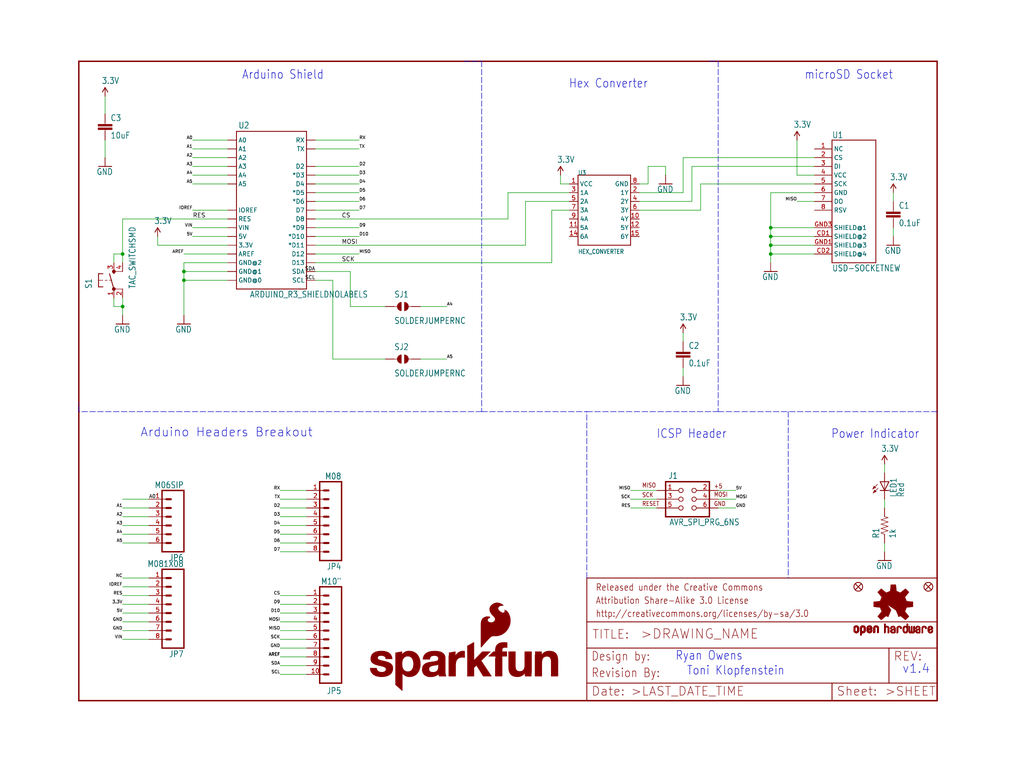
<source format=kicad_sch>
(kicad_sch (version 20211123) (generator eeschema)
  (paper "User" 297.002 223.926)
  (lib_symbols
    (symbol "eagleSchem-eagle-import:0.1UF-25V-5%(0603)"
      (property "Reference" "C" (at 1.524 2.921 0))
      (property "Value" "0.1UF-25V-5%(0603)" (at 1.524 -2.159 0))
      (symbol "0.1UF-25V-5%(0603)_1_0"
        (pin passive line (at 0 5.08 270) (length 2.54) (name "1") (number "1"))
        (pin passive line (at 0 -2.54 90) (length 2.54) (name "2") (number "2"))
      )
    )
    (symbol "eagleSchem-eagle-import:10UF-6.3V-20%(0603)"
      (property "Reference" "C" (at 1.524 2.921 0))
      (property "Value" "10UF-6.3V-20%(0603)" (at 1.524 -2.159 0))
      (symbol "10UF-6.3V-20%(0603)_1_0"
        (pin passive line (at 0 5.08 270) (length 2.54) (name "1") (number "1"))
        (pin passive line (at 0 -2.54 90) (length 2.54) (name "2") (number "2"))
      )
    )
    (symbol "eagleSchem-eagle-import:3.3V" (power)
      (property "Value" "3.3V" (at -1.016 3.556 0))
      (symbol "3.3V_1_0"
        (pin power_in line (at 0 0 90) (length 2.54) (name "3.3V") (number "1"))
      )
    )
    (symbol "eagleSchem-eagle-import:ARDUINO_R3_SHIELDNOLABELS"
      (property "Value" "ARDUINO_R3_SHIELDNOLABELS" (at -6.35 -27.94 0))
      (symbol "ARDUINO_R3_SHIELDNOLABELS_1_0"
        (pin bidirectional line (at -12.7 -12.7 0) (length 2.54) (name "3.3V") (number "3.3V"))
        (pin bidirectional line (at -12.7 -10.16 0) (length 2.54) (name "5V") (number "5V"))
        (pin bidirectional line (at -12.7 17.78 0) (length 2.54) (name "A0") (number "A0"))
        (pin bidirectional line (at -12.7 15.24 0) (length 2.54) (name "A1") (number "A1"))
        (pin bidirectional line (at -12.7 12.7 0) (length 2.54) (name "A2") (number "A2"))
        (pin bidirectional line (at -12.7 10.16 0) (length 2.54) (name "A3") (number "A3"))
        (pin bidirectional line (at -12.7 7.62 0) (length 2.54) (name "A4") (number "A4"))
        (pin bidirectional line (at -12.7 5.08 0) (length 2.54) (name "A5") (number "A5"))
        (pin bidirectional line (at -12.7 -15.24 0) (length 2.54) (name "AREF") (number "AREF"))
        (pin bidirectional line (at 12.7 -10.16 180) (length 2.54) (name "*D10") (number "D10"))
        (pin bidirectional line (at 12.7 -12.7 180) (length 2.54) (name "*D11") (number "D11"))
        (pin bidirectional line (at 12.7 -15.24 180) (length 2.54) (name "D12") (number "D12"))
        (pin bidirectional line (at 12.7 -17.78 180) (length 2.54) (name "D13") (number "D13"))
        (pin bidirectional line (at 12.7 10.16 180) (length 2.54) (name "D2") (number "D2"))
        (pin bidirectional line (at 12.7 7.62 180) (length 2.54) (name "*D3") (number "D3"))
        (pin bidirectional line (at 12.7 5.08 180) (length 2.54) (name "D4") (number "D4"))
        (pin bidirectional line (at 12.7 2.54 180) (length 2.54) (name "*D5") (number "D5"))
        (pin bidirectional line (at 12.7 0 180) (length 2.54) (name "*D6") (number "D6"))
        (pin bidirectional line (at 12.7 -2.54 180) (length 2.54) (name "D7") (number "D7"))
        (pin bidirectional line (at 12.7 -5.08 180) (length 2.54) (name "D8") (number "D8"))
        (pin bidirectional line (at 12.7 -7.62 180) (length 2.54) (name "*D9") (number "D9"))
        (pin bidirectional line (at -12.7 -22.86 0) (length 2.54) (name "GND@0") (number "GND@0"))
        (pin bidirectional line (at -12.7 -20.32 0) (length 2.54) (name "GND@1") (number "GND@1"))
        (pin bidirectional line (at -12.7 -17.78 0) (length 2.54) (name "GND@2") (number "GND@2"))
        (pin bidirectional line (at -12.7 -2.54 0) (length 2.54) (name "IOREF") (number "IOREF"))
        (pin bidirectional line (at -12.7 -5.08 0) (length 2.54) (name "RES") (number "RES"))
        (pin bidirectional line (at 12.7 17.78 180) (length 2.54) (name "RX") (number "RX"))
        (pin bidirectional line (at 12.7 -22.86 180) (length 2.54) (name "SCL") (number "SCL"))
        (pin bidirectional line (at 12.7 -20.32 180) (length 2.54) (name "SDA") (number "SDA"))
        (pin bidirectional line (at 12.7 15.24 180) (length 2.54) (name "TX") (number "TX"))
        (pin bidirectional line (at -12.7 -7.62 0) (length 2.54) (name "VIN") (number "VIN"))
      )
    )
    (symbol "eagleSchem-eagle-import:AVR_SPI_PRG_6NS"
      (property "Reference" "J" (at -4.318 5.842 0))
      (property "Value" "AVR_SPI_PRG_6NS" (at -4.064 -7.62 0))
      (symbol "AVR_SPI_PRG_6NS_1_0"
        (text "+5" (at 8.89 3.048 0) (effects (font (size 1.27 1.0795)) (justify left bottom)))
        (text "GND" (at 8.89 -2.032 0) (effects (font (size 1.27 1.0795)) (justify left bottom)))
        (text "MISO" (at -11.938 3.302 0) (effects (font (size 1.27 1.0795)) (justify left bottom)))
        (text "MOSI" (at 8.89 0.635 0) (effects (font (size 1.27 1.0795)) (justify left bottom)))
        (text "RESET" (at -11.938 -2.032 0) (effects (font (size 1.27 1.0795)) (justify left bottom)))
        (text "SCK" (at -11.938 0.508 0) (effects (font (size 1.27 1.0795)) (justify left bottom)))
        (pin passive inverted (at -7.62 2.54 0) (length 7.62) (name "1") (number "1"))
        (pin passive inverted (at 10.16 2.54 180) (length 7.62) (name "2") (number "2"))
        (pin passive inverted (at -7.62 0 0) (length 7.62) (name "3") (number "3"))
        (pin passive inverted (at 10.16 0 180) (length 7.62) (name "4") (number "4"))
        (pin passive inverted (at -7.62 -2.54 0) (length 7.62) (name "5") (number "5"))
        (pin passive inverted (at 10.16 -2.54 180) (length 7.62) (name "6") (number "6"))
      )
    )
    (symbol "eagleSchem-eagle-import:FIDUCIAL1X2")
    (symbol "eagleSchem-eagle-import:FRAME-LETTER"
      (symbol "FRAME-LETTER_2_0"
        (text ">DRAWING_NAME" (at 15.494 17.78 0) (effects (font (size 2.7432 2.7432)) (justify left bottom)))
        (text ">LAST_DATE_TIME" (at 12.7 1.27 0) (effects (font (size 2.54 2.54)) (justify left bottom)))
        (text ">SHEET" (at 86.36 1.27 0) (effects (font (size 2.54 2.54)) (justify left bottom)))
        (text "Attribution Share-Alike 3.0 License" (at 2.54 27.94 0) (effects (font (size 1.9304 1.6408)) (justify left bottom)))
        (text "Date:" (at 1.27 1.27 0) (effects (font (size 2.54 2.54)) (justify left bottom)))
        (text "Design by:" (at 1.27 11.43 0) (effects (font (size 2.54 2.159)) (justify left bottom)))
        (text "http://creativecommons.org/licenses/by-sa/3.0" (at 2.54 24.13 0) (effects (font (size 1.9304 1.6408)) (justify left bottom)))
        (text "Released under the Creative Commons" (at 2.54 31.75 0) (effects (font (size 1.9304 1.6408)) (justify left bottom)))
        (text "REV:" (at 88.9 11.43 0) (effects (font (size 2.54 2.54)) (justify left bottom)))
        (text "Sheet:" (at 72.39 1.27 0) (effects (font (size 2.54 2.54)) (justify left bottom)))
        (text "TITLE:" (at 1.524 17.78 0) (effects (font (size 2.54 2.54)) (justify left bottom)))
      )
    )
    (symbol "eagleSchem-eagle-import:GND" (power)
      (property "Value" "GND" (at -2.54 -2.54 0))
      (symbol "GND_1_0"
        (pin power_in line (at 0 2.54 270) (length 2.54) (name "GND") (number "1"))
      )
    )
    (symbol "eagleSchem-eagle-import:HEX_CONVERTER"
      (property "Reference" "U" (at -7.62 10.16 0))
      (property "Value" "HEX_CONVERTER" (at -7.62 -12.7 0))
      (symbol "HEX_CONVERTER_1_0"
        (pin bidirectional line (at -10.16 7.62 0) (length 2.54) (name "VCC") (number "1"))
        (pin bidirectional line (at 10.16 -2.54 180) (length 2.54) (name "4Y") (number "10"))
        (pin bidirectional line (at -10.16 -5.08 0) (length 2.54) (name "5A") (number "11"))
        (pin bidirectional line (at 10.16 -5.08 180) (length 2.54) (name "5Y") (number "12"))
        (pin bidirectional line (at -10.16 -7.62 0) (length 2.54) (name "6A") (number "14"))
        (pin bidirectional line (at 10.16 -7.62 180) (length 2.54) (name "6Y") (number "15"))
        (pin bidirectional line (at 10.16 5.08 180) (length 2.54) (name "1Y") (number "2"))
        (pin bidirectional line (at -10.16 5.08 0) (length 2.54) (name "1A") (number "3"))
        (pin bidirectional line (at 10.16 2.54 180) (length 2.54) (name "2Y") (number "4"))
        (pin bidirectional line (at -10.16 2.54 0) (length 2.54) (name "2A") (number "5"))
        (pin bidirectional line (at 10.16 0 180) (length 2.54) (name "3Y") (number "6"))
        (pin bidirectional line (at -10.16 0 0) (length 2.54) (name "3A") (number "7"))
        (pin bidirectional line (at 10.16 7.62 180) (length 2.54) (name "GND") (number "8"))
        (pin bidirectional line (at -10.16 -2.54 0) (length 2.54) (name "4A") (number "9"))
      )
    )
    (symbol "eagleSchem-eagle-import:LED0603"
      (property "Reference" "LED" (at 3.556 -4.572 90))
      (property "Value" "LED0603" (at 5.715 -4.572 90))
      (symbol "LED0603_1_0"
        (pin passive line (at 0 2.54 270) (length 2.54) (name "A") (number "A"))
        (pin passive line (at 0 -5.08 90) (length 2.54) (name "C") (number "C"))
      )
    )
    (symbol "eagleSchem-eagle-import:M06SIP"
      (property "Reference" "JP" (at -5.08 10.922 0))
      (property "Value" "M06SIP" (at -5.08 -10.16 0))
      (symbol "M06SIP_1_0"
        (pin passive line (at 5.08 -5.08 180) (length 5.08) (name "1") (number "1"))
        (pin passive line (at 5.08 -2.54 180) (length 5.08) (name "2") (number "2"))
        (pin passive line (at 5.08 0 180) (length 5.08) (name "3") (number "3"))
        (pin passive line (at 5.08 2.54 180) (length 5.08) (name "4") (number "4"))
        (pin passive line (at 5.08 5.08 180) (length 5.08) (name "5") (number "5"))
        (pin passive line (at 5.08 7.62 180) (length 5.08) (name "6") (number "6"))
      )
    )
    (symbol "eagleSchem-eagle-import:M08"
      (property "Reference" "JP" (at -5.08 13.462 0))
      (property "Value" "M08" (at -5.08 -12.7 0))
      (symbol "M08_1_0"
        (pin passive line (at 5.08 -7.62 180) (length 5.08) (name "1") (number "1"))
        (pin passive line (at 5.08 -5.08 180) (length 5.08) (name "2") (number "2"))
        (pin passive line (at 5.08 -2.54 180) (length 5.08) (name "3") (number "3"))
        (pin passive line (at 5.08 0 180) (length 5.08) (name "4") (number "4"))
        (pin passive line (at 5.08 2.54 180) (length 5.08) (name "5") (number "5"))
        (pin passive line (at 5.08 5.08 180) (length 5.08) (name "6") (number "6"))
        (pin passive line (at 5.08 7.62 180) (length 5.08) (name "7") (number "7"))
        (pin passive line (at 5.08 10.16 180) (length 5.08) (name "8") (number "8"))
      )
    )
    (symbol "eagleSchem-eagle-import:M081X08"
      (property "Reference" "JP" (at -5.08 13.462 0))
      (property "Value" "M081X08" (at -5.08 -12.7 0))
      (symbol "M081X08_1_0"
        (pin passive line (at 5.08 -7.62 180) (length 5.08) (name "1") (number "1"))
        (pin passive line (at 5.08 -5.08 180) (length 5.08) (name "2") (number "2"))
        (pin passive line (at 5.08 -2.54 180) (length 5.08) (name "3") (number "3"))
        (pin passive line (at 5.08 0 180) (length 5.08) (name "4") (number "4"))
        (pin passive line (at 5.08 2.54 180) (length 5.08) (name "5") (number "5"))
        (pin passive line (at 5.08 5.08 180) (length 5.08) (name "6") (number "6"))
        (pin passive line (at 5.08 7.62 180) (length 5.08) (name "7") (number "7"))
        (pin passive line (at 5.08 10.16 180) (length 5.08) (name "8") (number "8"))
      )
    )
    (symbol "eagleSchem-eagle-import:M10{dblquote}"
      (property "Reference" "JP" (at 0 8.89 0))
      (property "Value" "M10{dblquote}" (at 0 -22.86 0))
      (symbol "M10{dblquote}_1_0"
        (pin passive line (at 10.16 -17.78 180) (length 5.08) (name "1") (number "1"))
        (pin passive line (at 10.16 5.08 180) (length 5.08) (name "10") (number "10"))
        (pin passive line (at 10.16 -15.24 180) (length 5.08) (name "2") (number "2"))
        (pin passive line (at 10.16 -12.7 180) (length 5.08) (name "3") (number "3"))
        (pin passive line (at 10.16 -10.16 180) (length 5.08) (name "4") (number "4"))
        (pin passive line (at 10.16 -7.62 180) (length 5.08) (name "5") (number "5"))
        (pin passive line (at 10.16 -5.08 180) (length 5.08) (name "6") (number "6"))
        (pin passive line (at 10.16 -2.54 180) (length 5.08) (name "7") (number "7"))
        (pin passive line (at 10.16 0 180) (length 5.08) (name "8") (number "8"))
        (pin passive line (at 10.16 2.54 180) (length 5.08) (name "9") (number "9"))
      )
    )
    (symbol "eagleSchem-eagle-import:OSHW-LOGOM")
    (symbol "eagleSchem-eagle-import:RESISTOR0603-RES"
      (property "Reference" "R" (at -3.81 1.4986 0))
      (property "Value" "RESISTOR0603-RES" (at -3.81 -3.302 0))
      (symbol "RESISTOR0603-RES_1_0"
        (pin passive line (at -5.08 0 0) (length 2.54) (name "1") (number "1"))
        (pin passive line (at 5.08 0 180) (length 2.54) (name "2") (number "2"))
      )
    )
    (symbol "eagleSchem-eagle-import:REVISION"
      (symbol "REVISION_1_0"
        (text "Revision By: " (at 0 0 0) (effects (font (size 2.54 2.159)) (justify left bottom)))
      )
    )
    (symbol "eagleSchem-eagle-import:SFE_LOGO_FLAME.6_INCH")
    (symbol "eagleSchem-eagle-import:SFE_LOGO_NAME_FLAME.1_INCH")
    (symbol "eagleSchem-eagle-import:SOLDERJUMPERNC"
      (property "Reference" "SJ" (at -2.54 2.54 0))
      (property "Value" "SOLDERJUMPERNC" (at -2.54 -5.08 0))
      (symbol "SOLDERJUMPERNC_1_0"
        (pin passive line (at -5.08 0 0) (length 2.54) (name "1") (number "1"))
        (pin passive line (at 5.08 0 180) (length 2.54) (name "2") (number "2"))
      )
    )
    (symbol "eagleSchem-eagle-import:TAC_SWITCHSMD"
      (property "Reference" "S" (at -2.54 6.35 0))
      (property "Value" "TAC_SWITCHSMD" (at -2.54 -6.35 0))
      (symbol "TAC_SWITCHSMD_1_0"
        (pin passive line (at -5.08 0 0) (length 2.54) (name "1") (number "1"))
        (pin passive line (at -5.08 -2.54 0) (length 2.54) (name "2") (number "2"))
        (pin passive line (at 5.08 0 180) (length 2.54) (name "3") (number "3"))
        (pin passive line (at 5.08 -2.54 180) (length 2.54) (name "4") (number "4"))
      )
    )
    (symbol "eagleSchem-eagle-import:USD-SOCKETNEW"
      (property "Reference" "U" (at -2.54 15.748 0))
      (property "Value" "USD-SOCKETNEW" (at -2.54 -22.86 0))
      (symbol "USD-SOCKETNEW_1_0"
        (pin bidirectional line (at -7.62 12.7 0) (length 5.08) (name "NC") (number "1"))
        (pin bidirectional line (at -7.62 10.16 0) (length 5.08) (name "CS") (number "2"))
        (pin bidirectional line (at -7.62 7.62 0) (length 5.08) (name "DI") (number "3"))
        (pin bidirectional line (at -7.62 5.08 0) (length 5.08) (name "VCC") (number "4"))
        (pin bidirectional line (at -7.62 2.54 0) (length 5.08) (name "SCK") (number "5"))
        (pin bidirectional line (at -7.62 0 0) (length 5.08) (name "GND") (number "6"))
        (pin bidirectional line (at -7.62 -2.54 0) (length 5.08) (name "DO") (number "7"))
        (pin bidirectional line (at -7.62 -5.08 0) (length 5.08) (name "RSV") (number "8"))
        (pin bidirectional line (at -7.62 -12.7 0) (length 5.08) (name "SHIELD@2") (number "CD1"))
        (pin bidirectional line (at -7.62 -17.78 0) (length 5.08) (name "SHIELD@4") (number "CD2"))
        (pin bidirectional line (at -7.62 -15.24 0) (length 5.08) (name "SHIELD@3") (number "GND1"))
        (pin bidirectional line (at -7.62 -10.16 0) (length 5.08) (name "SHIELD@1") (number "GND3"))
      )
    )
  )
  (junction (at 223.52 68.58))
  (junction (at 53.34 81.28))
  (junction (at 35.56 73.66))
  (junction (at 223.52 71.12))
  (junction (at 223.52 73.66))
  (junction (at 223.52 66.04))
  (junction (at 35.56 88.9))
  (junction (at 53.34 78.74))
  (wire (pts (xy 43.18 152.4) (xy 35.56 152.4)))
  (wire (pts (xy 66.04 43.18) (xy 55.88 43.18)))
  (wire (pts (xy 101.6 78.74) (xy 101.6 88.9)))
  (wire (pts (xy 35.56 88.9) (xy 35.56 91.44)))
  (wire (pts (xy 66.04 48.26) (xy 55.88 48.26)))
  (wire (pts (xy 43.18 147.32) (xy 35.56 147.32)))
  (wire (pts (xy 66.04 40.64) (xy 55.88 40.64)))
  (wire (pts (xy 66.04 60.96) (xy 55.88 60.96)))
  (wire (pts (xy 91.44 50.8) (xy 104.14 50.8)))
  (wire (pts (xy 66.04 73.66) (xy 53.34 73.66)))
  (wire (pts (xy 33.02 73.66) (xy 35.56 73.66)))
  (wire (pts (xy 88.9 190.5) (xy 81.28 190.5)))
  (wire (pts (xy 160.02 76.2) (xy 160.02 60.96)))
  (wire (pts (xy 88.9 182.88) (xy 81.28 182.88)))
  (wire (pts (xy 43.18 144.78) (xy 35.56 144.78)))
  (wire (pts (xy 185.42 58.42) (xy 200.66 58.42)))
  (polyline (pts (xy 139.7 119.38) (xy 170.18 119.38)))
  (wire (pts (xy 88.9 187.96) (xy 81.28 187.96)))
  (wire (pts (xy 88.9 154.94) (xy 81.28 154.94)))
  (wire (pts (xy 91.44 43.18) (xy 104.14 43.18)))
  (wire (pts (xy 66.04 66.04) (xy 55.88 66.04)))
  (wire (pts (xy 88.9 185.42) (xy 81.28 185.42)))
  (wire (pts (xy 160.02 76.2) (xy 91.44 76.2)))
  (wire (pts (xy 33.02 86.36) (xy 33.02 88.9)))
  (wire (pts (xy 236.22 71.12) (xy 223.52 71.12)))
  (wire (pts (xy 256.54 157.48) (xy 256.54 160.02)))
  (wire (pts (xy 43.18 180.34) (xy 35.56 180.34)))
  (wire (pts (xy 165.1 55.88) (xy 147.32 55.88)))
  (wire (pts (xy 43.18 154.94) (xy 35.56 154.94)))
  (wire (pts (xy 88.9 147.32) (xy 81.28 147.32)))
  (wire (pts (xy 198.12 55.88) (xy 198.12 45.72)))
  (polyline (pts (xy 271.78 119.38) (xy 228.6 119.38)))
  (wire (pts (xy 43.18 177.8) (xy 35.56 177.8)))
  (wire (pts (xy 193.04 48.26) (xy 193.04 50.8)))
  (wire (pts (xy 66.04 76.2) (xy 53.34 76.2)))
  (wire (pts (xy 66.04 81.28) (xy 53.34 81.28)))
  (wire (pts (xy 187.96 53.34) (xy 187.96 48.26)))
  (wire (pts (xy 203.2 60.96) (xy 185.42 60.96)))
  (wire (pts (xy 43.18 170.18) (xy 35.56 170.18)))
  (wire (pts (xy 185.42 55.88) (xy 198.12 55.88)))
  (wire (pts (xy 165.1 53.34) (xy 162.56 53.34)))
  (wire (pts (xy 88.9 152.4) (xy 81.28 152.4)))
  (wire (pts (xy 223.52 68.58) (xy 223.52 71.12)))
  (wire (pts (xy 43.18 185.42) (xy 35.56 185.42)))
  (wire (pts (xy 66.04 50.8) (xy 55.88 50.8)))
  (wire (pts (xy 88.9 160.02) (xy 81.28 160.02)))
  (wire (pts (xy 45.72 71.12) (xy 45.72 68.58)))
  (wire (pts (xy 88.9 142.24) (xy 81.28 142.24)))
  (wire (pts (xy 43.18 149.86) (xy 35.56 149.86)))
  (polyline (pts (xy 22.86 119.38) (xy 22.86 116.84)))
  (wire (pts (xy 256.54 144.78) (xy 256.54 147.32)))
  (wire (pts (xy 223.52 71.12) (xy 223.52 73.66)))
  (wire (pts (xy 88.9 175.26) (xy 81.28 175.26)))
  (wire (pts (xy 259.08 66.04) (xy 259.08 68.58)))
  (wire (pts (xy 231.14 50.8) (xy 231.14 40.64)))
  (wire (pts (xy 147.32 55.88) (xy 147.32 63.5)))
  (polyline (pts (xy 205.74 17.78) (xy 208.28 17.78)))
  (wire (pts (xy 203.2 53.34) (xy 203.2 60.96)))
  (wire (pts (xy 236.22 73.66) (xy 223.52 73.66)))
  (wire (pts (xy 91.44 81.28) (xy 96.52 81.28)))
  (wire (pts (xy 198.12 106.68) (xy 198.12 109.22)))
  (polyline (pts (xy 208.28 119.38) (xy 228.6 119.38)))
  (wire (pts (xy 208.28 147.32) (xy 213.36 147.32)))
  (wire (pts (xy 88.9 177.8) (xy 81.28 177.8)))
  (wire (pts (xy 66.04 63.5) (xy 35.56 63.5)))
  (wire (pts (xy 35.56 63.5) (xy 35.56 73.66)))
  (wire (pts (xy 91.44 73.66) (xy 104.14 73.66)))
  (wire (pts (xy 91.44 40.64) (xy 104.14 40.64)))
  (wire (pts (xy 43.18 167.64) (xy 35.56 167.64)))
  (wire (pts (xy 53.34 78.74) (xy 53.34 81.28)))
  (wire (pts (xy 33.02 88.9) (xy 35.56 88.9)))
  (wire (pts (xy 66.04 45.72) (xy 55.88 45.72)))
  (wire (pts (xy 208.28 144.78) (xy 213.36 144.78)))
  (wire (pts (xy 35.56 86.36) (xy 35.56 88.9)))
  (wire (pts (xy 187.96 48.26) (xy 193.04 48.26)))
  (wire (pts (xy 236.22 66.04) (xy 223.52 66.04)))
  (wire (pts (xy 43.18 182.88) (xy 35.56 182.88)))
  (wire (pts (xy 101.6 88.9) (xy 111.76 88.9)))
  (wire (pts (xy 88.9 157.48) (xy 81.28 157.48)))
  (wire (pts (xy 121.92 104.14) (xy 129.54 104.14)))
  (wire (pts (xy 88.9 144.78) (xy 81.28 144.78)))
  (wire (pts (xy 43.18 157.48) (xy 35.56 157.48)))
  (wire (pts (xy 236.22 55.88) (xy 223.52 55.88)))
  (wire (pts (xy 236.22 50.8) (xy 231.14 50.8)))
  (wire (pts (xy 190.5 144.78) (xy 182.88 144.78)))
  (wire (pts (xy 236.22 48.26) (xy 200.66 48.26)))
  (wire (pts (xy 185.42 53.34) (xy 187.96 53.34)))
  (wire (pts (xy 223.52 66.04) (xy 223.52 68.58)))
  (wire (pts (xy 91.44 68.58) (xy 104.14 68.58)))
  (polyline (pts (xy 139.7 17.78) (xy 139.7 119.38)))
  (polyline (pts (xy 139.7 119.38) (xy 22.86 119.38)))
  (polyline (pts (xy 170.18 119.38) (xy 208.28 119.38)))
  (wire (pts (xy 35.56 73.66) (xy 35.56 76.2)))
  (polyline (pts (xy 208.28 17.78) (xy 208.28 119.38)))
  (wire (pts (xy 208.28 142.24) (xy 213.36 142.24)))
  (wire (pts (xy 88.9 180.34) (xy 81.28 180.34)))
  (wire (pts (xy 91.44 58.42) (xy 104.14 58.42)))
  (polyline (pts (xy 134.62 17.78) (xy 139.7 17.78)))
  (wire (pts (xy 91.44 60.96) (xy 104.14 60.96)))
  (wire (pts (xy 152.4 58.42) (xy 152.4 71.12)))
  (wire (pts (xy 190.5 142.24) (xy 182.88 142.24)))
  (wire (pts (xy 30.48 40.64) (xy 30.48 45.72)))
  (wire (pts (xy 165.1 58.42) (xy 152.4 58.42)))
  (wire (pts (xy 223.52 55.88) (xy 223.52 66.04)))
  (wire (pts (xy 190.5 147.32) (xy 182.88 147.32)))
  (wire (pts (xy 53.34 76.2) (xy 53.34 78.74)))
  (wire (pts (xy 91.44 53.34) (xy 104.14 53.34)))
  (wire (pts (xy 66.04 71.12) (xy 45.72 71.12)))
  (wire (pts (xy 121.92 88.9) (xy 129.54 88.9)))
  (wire (pts (xy 91.44 63.5) (xy 147.32 63.5)))
  (wire (pts (xy 236.22 58.42) (xy 231.14 58.42)))
  (polyline (pts (xy 228.6 119.38) (xy 228.6 167.64)))
  (wire (pts (xy 91.44 66.04) (xy 104.14 66.04)))
  (wire (pts (xy 198.12 96.52) (xy 198.12 99.06)))
  (wire (pts (xy 160.02 60.96) (xy 165.1 60.96)))
  (wire (pts (xy 33.02 76.2) (xy 33.02 73.66)))
  (wire (pts (xy 259.08 55.88) (xy 259.08 58.42)))
  (wire (pts (xy 91.44 55.88) (xy 104.14 55.88)))
  (wire (pts (xy 96.52 81.28) (xy 96.52 104.14)))
  (wire (pts (xy 91.44 48.26) (xy 104.14 48.26)))
  (wire (pts (xy 91.44 78.74) (xy 101.6 78.74)))
  (wire (pts (xy 198.12 45.72) (xy 236.22 45.72)))
  (wire (pts (xy 66.04 53.34) (xy 55.88 53.34)))
  (wire (pts (xy 162.56 53.34) (xy 162.56 50.8)))
  (wire (pts (xy 236.22 53.34) (xy 203.2 53.34)))
  (wire (pts (xy 30.48 27.94) (xy 30.48 33.02)))
  (wire (pts (xy 43.18 172.72) (xy 35.56 172.72)))
  (wire (pts (xy 88.9 149.86) (xy 81.28 149.86)))
  (wire (pts (xy 53.34 81.28) (xy 53.34 91.44)))
  (wire (pts (xy 66.04 68.58) (xy 55.88 68.58)))
  (wire (pts (xy 223.52 73.66) (xy 223.52 76.2)))
  (wire (pts (xy 152.4 71.12) (xy 91.44 71.12)))
  (wire (pts (xy 43.18 175.26) (xy 35.56 175.26)))
  (wire (pts (xy 200.66 58.42) (xy 200.66 48.26)))
  (wire (pts (xy 66.04 78.74) (xy 53.34 78.74)))
  (wire (pts (xy 88.9 195.58) (xy 81.28 195.58)))
  (wire (pts (xy 236.22 68.58) (xy 223.52 68.58)))
  (wire (pts (xy 96.52 104.14) (xy 111.76 104.14)))
  (wire (pts (xy 88.9 193.04) (xy 81.28 193.04)))
  (wire (pts (xy 88.9 172.72) (xy 81.28 172.72)))
  (wire (pts (xy 256.54 137.16) (xy 256.54 134.62)))
  (polyline (pts (xy 170.18 167.64) (xy 170.18 119.38)))
  (text "Toni Klopfenstein" (at 199.136 196.088 180) (effects (font (size 2.54 2.159)) (justify left bottom)))
  (text "Arduino Shield" (at 93.98 20.32 180) (effects (font (size 2.54 2.159)) (justify right top)))
  (text "v1.4" (at 261.62 195.58 180) (effects (font (size 2.54 2.54)) (justify left bottom)))
  (text "Hex Converter" (at 187.96 22.86 180) (effects (font (size 2.54 2.159)) (justify right top)))
  (text "Ryan Owens" (at 195.834 191.77 180) (effects (font (size 2.54 2.159)) (justify left bottom)))
  (text "microSD Socket" (at 259.08 20.32 180) (effects (font (size 2.54 2.159)) (justify right top)))
  (text "Arduino Headers Breakout" (at 40.64 127 180) (effects (font (size 2.54 2.54)) (justify left bottom)))
  (text "ICSP Header" (at 210.82 124.46 180) (effects (font (size 2.54 2.159)) (justify right top)))
  (text "Power Indicator" (at 266.7 124.46 180) (effects (font (size 2.54 2.159)) (justify right top)))
  (label "3.3V" (at 35.56 175.26 180) (effects (font (size 0.889 0.889))))
  (label "VIN" (at 35.56 185.42 180) (effects (font (size 0.889 0.889))))
  (label "5V" (at 213.36 142.24 0) (effects (font (size 0.889 0.889))))
  (label "A4" (at 35.56 154.94 180) (effects (font (size 0.889 0.889))))
  (label "A5" (at 35.56 157.48 180) (effects (font (size 0.889 0.889))))
  (label "AREF" (at 53.34 73.66 180) (effects (font (size 0.889 0.889))))
  (label "5V" (at 35.56 177.8 180) (effects (font (size 0.889 0.889))))
  (label "A0" (at 43.18 144.78 0) (effects (font (size 1.016 1.016))))
  (label "D2" (at 81.28 147.32 180) (effects (font (size 0.889 0.889))))
  (label "5V" (at 55.88 68.58 180) (effects (font (size 0.889 0.889))))
  (label "RES" (at 55.88 63.5 0) (effects (font (size 1.2446 1.2446))))
  (label "SCL" (at 91.44 81.28 180) (effects (font (size 1.016 1.016))))
  (label "RES" (at 35.56 172.72 180) (effects (font (size 0.889 0.889))))
  (label "A0" (at 55.88 40.64 180) (effects (font (size 0.889 0.889))))
  (label "GND" (at 35.56 180.34 180) (effects (font (size 0.889 0.889))))
  (label "RX" (at 104.14 40.64 0) (effects (font (size 0.889 0.889))))
  (label "D5" (at 104.14 55.88 0) (effects (font (size 0.889 0.889))))
  (label "A1" (at 35.56 147.32 180) (effects (font (size 0.889 0.889))))
  (label "VIN" (at 55.88 66.04 180) (effects (font (size 0.889 0.889))))
  (label "MOSI" (at 99.06 71.12 0) (effects (font (size 1.2446 1.2446))))
  (label "D4" (at 104.14 53.34 0) (effects (font (size 0.889 0.889))))
  (label "NC" (at 35.56 167.64 180) (effects (font (size 0.889 0.889))))
  (label "A5" (at 129.54 104.14 0) (effects (font (size 0.889 0.889))))
  (label "D10" (at 81.28 177.8 180) (effects (font (size 0.889 0.889))))
  (label "A5" (at 55.88 53.34 180) (effects (font (size 0.889 0.889))))
  (label "D5" (at 81.28 154.94 180) (effects (font (size 0.889 0.889))))
  (label "D6" (at 104.14 58.42 0) (effects (font (size 0.889 0.889))))
  (label "SCL" (at 81.28 195.58 180) (effects (font (size 0.889 0.889))))
  (label "D9" (at 81.28 175.26 180) (effects (font (size 0.889 0.889))))
  (label "A2" (at 35.56 149.86 180) (effects (font (size 0.889 0.889))))
  (label "D7" (at 81.28 160.02 180) (effects (font (size 0.889 0.889))))
  (label "A3" (at 35.56 152.4 180) (effects (font (size 0.889 0.889))))
  (label "D7" (at 104.14 60.96 0) (effects (font (size 0.889 0.889))))
  (label "D6" (at 81.28 157.48 180) (effects (font (size 0.889 0.889))))
  (label "D3" (at 104.14 50.8 0) (effects (font (size 0.889 0.889))))
  (label "D3" (at 81.28 149.86 180) (effects (font (size 0.889 0.889))))
  (label "CS" (at 81.28 172.72 180) (effects (font (size 0.889 0.889))))
  (label "GND" (at 213.36 147.32 0) (effects (font (size 0.889 0.889))))
  (label "IOREF" (at 35.56 170.18 180) (effects (font (size 0.889 0.889))))
  (label "AREF" (at 81.28 190.5 180) (effects (font (size 0.889 0.889))))
  (label "TX" (at 81.28 144.78 180) (effects (font (size 0.889 0.889))))
  (label "A1" (at 55.88 43.18 180) (effects (font (size 0.889 0.889))))
  (label "RX" (at 81.28 142.24 180) (effects (font (size 0.889 0.889))))
  (label "SCK" (at 182.88 144.78 180) (effects (font (size 0.889 0.889))))
  (label "A3" (at 55.88 48.26 180) (effects (font (size 0.889 0.889))))
  (label "AREF" (at 81.28 190.5 180) (effects (font (size 0.889 0.889))))
  (label "MISO" (at 104.14 73.66 0) (effects (font (size 0.889 0.889))))
  (label "TX" (at 104.14 43.18 0) (effects (font (size 0.889 0.889))))
  (label "MISO" (at 182.88 142.24 180) (effects (font (size 0.889 0.889))))
  (label "MISO" (at 231.14 58.42 180) (effects (font (size 0.889 0.889))))
  (label "A4" (at 129.54 88.9 0) (effects (font (size 0.889 0.889))))
  (label "MOSI" (at 81.28 180.34 180) (effects (font (size 0.889 0.889))))
  (label "GND" (at 35.56 182.88 180) (effects (font (size 0.889 0.889))))
  (label "A2" (at 55.88 45.72 180) (effects (font (size 0.889 0.889))))
  (label "SCK" (at 99.06 76.2 0) (effects (font (size 1.2446 1.2446))))
  (label "RES" (at 182.88 147.32 180) (effects (font (size 0.889 0.889))))
  (label "MISO" (at 81.28 182.88 180) (effects (font (size 0.889 0.889))))
  (label "D9" (at 104.14 66.04 0) (effects (font (size 0.889 0.889))))
  (label "MOSI" (at 213.36 144.78 0) (effects (font (size 0.889 0.889))))
  (label "IOREF" (at 55.88 60.96 180) (effects (font (size 0.889 0.889))))
  (label "SDA" (at 91.44 78.74 180) (effects (font (size 1.016 1.016))))
  (label "D10" (at 104.14 68.58 0) (effects (font (size 0.889 0.889))))
  (label "SDA" (at 81.28 193.04 180) (effects (font (size 0.889 0.889))))
  (label "A4" (at 55.88 50.8 180) (effects (font (size 0.889 0.889))))
  (label "SCK" (at 81.28 185.42 180) (effects (font (size 0.889 0.889))))
  (label "CS" (at 99.06 63.5 0) (effects (font (size 1.2446 1.2446))))
  (label "D4" (at 81.28 152.4 180) (effects (font (size 0.889 0.889))))
  (label "GND" (at 81.28 187.96 180) (effects (font (size 0.889 0.889))))
  (label "D2" (at 104.14 48.26 0) (effects (font (size 0.889 0.889))))
  (symbol (lib_id "eagleSchem-eagle-import:FRAME-LETTER") (at 170.18 203.2 0) (unit 2)
    (property "Reference" "FRAME1" (effects hide))
    (property "Value" "FRAME-LETTER" (effects hide))
    (property "Footprint" "eagleSchem:CREATIVE_COMMONS" (effects hide))
  )
  (symbol (lib_id "eagleSchem-eagle-import:SFE_LOGO_FLAME.6_INCH") (at 139.192 188.214 0) (unit 1)
    (property "Reference" "LOGO2" (effects hide))
    (property "Value" "SFE_LOGO_FLAME.6_INCH" (effects hide))
    (property "Footprint" "eagleSchem:SFE_LOGO_FLAME_.6" (effects hide))
  )
  (symbol (lib_id "eagleSchem-eagle-import:M10{dblquote}") (at 99.06 190.5 180) (unit 1)
    (property "Reference" "JP5" (at 99.06 199.39 0) (effects (font (size 1.778 1.5113)) (justify left bottom)))
    (property "Value" "M10{dblquote}" (at 99.06 167.64 0) (effects (font (size 1.778 1.5113)) (justify left bottom)))
    (property "Footprint" "eagleSchem:1X10" (effects hide))
  )
  (symbol (lib_id "eagleSchem-eagle-import:GND") (at 193.04 53.34 0) (unit 1)
    (property "Reference" "#GND5" (effects hide))
    (property "Value" "GND" (at 190.5 55.88 0) (effects (font (size 1.778 1.5113)) (justify left bottom)))
    (property "Footprint" "eagleSchem:" (effects hide))
  )
  (symbol (lib_id "eagleSchem-eagle-import:SOLDERJUMPERNC") (at 116.84 88.9 0) (unit 1)
    (property "Reference" "SJ1" (at 114.3 86.36 0) (effects (font (size 1.778 1.5113)) (justify left bottom)))
    (property "Value" "SOLDERJUMPERNC" (at 114.3 93.98 0) (effects (font (size 1.778 1.5113)) (justify left bottom)))
    (property "Footprint" "eagleSchem:SJ_2S" (effects hide))
  )
  (symbol (lib_id "eagleSchem-eagle-import:GND") (at 35.56 93.98 0) (unit 1)
    (property "Reference" "#GND4" (effects hide))
    (property "Value" "GND" (at 33.02 96.52 0) (effects (font (size 1.778 1.5113)) (justify left bottom)))
    (property "Footprint" "eagleSchem:" (effects hide))
  )
  (symbol (lib_id "eagleSchem-eagle-import:FRAME-LETTER") (at 22.86 203.2 0) (unit 1)
    (property "Reference" "FRAME1" (effects hide))
    (property "Value" "FRAME-LETTER" (effects hide))
    (property "Footprint" "eagleSchem:CREATIVE_COMMONS" (effects hide))
  )
  (symbol (lib_id "eagleSchem-eagle-import:FIDUCIAL1X2") (at 248.92 170.18 0) (unit 1)
    (property "Reference" "JP3" (effects hide))
    (property "Value" "FIDUCIAL1X2" (effects hide))
    (property "Footprint" "eagleSchem:FIDUCIAL-1X2" (effects hide))
  )
  (symbol (lib_id "eagleSchem-eagle-import:TAC_SWITCHSMD") (at 33.02 81.28 90) (unit 1)
    (property "Reference" "S1" (at 26.67 83.82 0) (effects (font (size 1.778 1.5113)) (justify left bottom)))
    (property "Value" "TAC_SWITCHSMD" (at 39.37 83.82 0) (effects (font (size 1.778 1.5113)) (justify left bottom)))
    (property "Footprint" "eagleSchem:TACTILE_SWITCH_SMD" (effects hide))
  )
  (symbol (lib_id "eagleSchem-eagle-import:AVR_SPI_PRG_6NS") (at 198.12 144.78 0) (unit 1)
    (property "Reference" "J1" (at 193.802 138.938 0) (effects (font (size 1.778 1.5113)) (justify left bottom)))
    (property "Value" "AVR_SPI_PRG_6NS" (at 194.056 152.4 0) (effects (font (size 1.778 1.5113)) (justify left bottom)))
    (property "Footprint" "eagleSchem:2X3-NS" (effects hide))
  )
  (symbol (lib_id "eagleSchem-eagle-import:HEX_CONVERTER") (at 175.26 60.96 0) (unit 1)
    (property "Reference" "U3" (at 167.64 50.8 0) (effects (font (size 1.27 1.0795)) (justify left bottom)))
    (property "Value" "HEX_CONVERTER" (at 167.64 73.66 0) (effects (font (size 1.27 1.0795)) (justify left bottom)))
    (property "Footprint" "eagleSchem:SO016" (effects hide))
  )
  (symbol (lib_id "eagleSchem-eagle-import:SFE_LOGO_NAME_FLAME.1_INCH") (at 106.68 200.66 0) (unit 1)
    (property "Reference" "JP1" (effects hide))
    (property "Value" "SFE_LOGO_NAME_FLAME.1_INCH" (effects hide))
    (property "Footprint" "eagleSchem:SFE_LOGO_NAME_FLAME_.1" (effects hide))
  )
  (symbol (lib_id "eagleSchem-eagle-import:3.3V") (at 198.12 96.52 0) (unit 1)
    (property "Reference" "#P+6" (effects hide))
    (property "Value" "3.3V" (at 197.104 92.964 0) (effects (font (size 1.778 1.5113)) (justify left bottom)))
    (property "Footprint" "eagleSchem:" (effects hide))
  )
  (symbol (lib_id "eagleSchem-eagle-import:M08") (at 93.98 149.86 180) (unit 1)
    (property "Reference" "JP4" (at 99.06 163.322 0) (effects (font (size 1.778 1.5113)) (justify left bottom)))
    (property "Value" "M08" (at 99.06 137.16 0) (effects (font (size 1.778 1.5113)) (justify left bottom)))
    (property "Footprint" "eagleSchem:1X08" (effects hide))
  )
  (symbol (lib_id "eagleSchem-eagle-import:REVISION") (at 171.45 196.596 0) (unit 1)
    (property "Reference" "U$1" (effects hide))
    (property "Value" "REVISION" (effects hide))
    (property "Footprint" "eagleSchem:REVISION" (effects hide))
  )
  (symbol (lib_id "eagleSchem-eagle-import:SOLDERJUMPERNC") (at 116.84 104.14 0) (unit 1)
    (property "Reference" "SJ2" (at 114.3 101.6 0) (effects (font (size 1.778 1.5113)) (justify left bottom)))
    (property "Value" "SOLDERJUMPERNC" (at 114.3 109.22 0) (effects (font (size 1.778 1.5113)) (justify left bottom)))
    (property "Footprint" "eagleSchem:SJ_2S" (effects hide))
  )
  (symbol (lib_id "eagleSchem-eagle-import:M06SIP") (at 48.26 149.86 180) (unit 1)
    (property "Reference" "JP6" (at 53.34 160.782 0) (effects (font (size 1.778 1.5113)) (justify left bottom)))
    (property "Value" "M06SIP" (at 53.34 139.7 0) (effects (font (size 1.778 1.5113)) (justify left bottom)))
    (property "Footprint" "eagleSchem:1X06" (effects hide))
  )
  (symbol (lib_id "eagleSchem-eagle-import:GND") (at 30.48 48.26 0) (unit 1)
    (property "Reference" "#GND6" (effects hide))
    (property "Value" "GND" (at 27.94 50.8 0) (effects (font (size 1.778 1.5113)) (justify left bottom)))
    (property "Footprint" "eagleSchem:" (effects hide))
  )
  (symbol (lib_id "eagleSchem-eagle-import:GND") (at 223.52 78.74 0) (unit 1)
    (property "Reference" "#GND2" (effects hide))
    (property "Value" "GND" (at 220.98 81.28 0) (effects (font (size 1.778 1.5113)) (justify left bottom)))
    (property "Footprint" "eagleSchem:" (effects hide))
  )
  (symbol (lib_id "eagleSchem-eagle-import:OSHW-LOGOM") (at 259.08 175.26 0) (unit 1)
    (property "Reference" "LOGO1" (effects hide))
    (property "Value" "OSHW-LOGOM" (effects hide))
    (property "Footprint" "eagleSchem:OSHW-LOGO-M" (effects hide))
  )
  (symbol (lib_id "eagleSchem-eagle-import:0.1UF-25V-5%(0603)") (at 259.08 63.5 0) (unit 1)
    (property "Reference" "C1" (at 260.604 60.579 0) (effects (font (size 1.778 1.5113)) (justify left bottom)))
    (property "Value" "0.1uF" (at 260.604 65.659 0) (effects (font (size 1.778 1.5113)) (justify left bottom)))
    (property "Footprint" "eagleSchem:0603-CAP" (effects hide))
  )
  (symbol (lib_id "eagleSchem-eagle-import:10UF-6.3V-20%(0603)") (at 30.48 38.1 0) (unit 1)
    (property "Reference" "C3" (at 32.004 35.179 0) (effects (font (size 1.778 1.5113)) (justify left bottom)))
    (property "Value" "10uF" (at 32.004 40.259 0) (effects (font (size 1.778 1.5113)) (justify left bottom)))
    (property "Footprint" "eagleSchem:0603-CAP" (effects hide))
  )
  (symbol (lib_id "eagleSchem-eagle-import:3.3V") (at 45.72 68.58 0) (unit 1)
    (property "Reference" "#P+1" (effects hide))
    (property "Value" "3.3V" (at 44.704 65.024 0) (effects (font (size 1.778 1.5113)) (justify left bottom)))
    (property "Footprint" "eagleSchem:" (effects hide))
  )
  (symbol (lib_id "eagleSchem-eagle-import:GND") (at 259.08 71.12 0) (unit 1)
    (property "Reference" "#GND8" (effects hide))
    (property "Value" "GND" (at 256.54 73.66 0) (effects (font (size 1.778 1.5113)) (justify left bottom)))
    (property "Footprint" "eagleSchem:" (effects hide))
  )
  (symbol (lib_id "eagleSchem-eagle-import:M081X08") (at 48.26 175.26 180) (unit 1)
    (property "Reference" "JP7" (at 53.34 188.722 0) (effects (font (size 1.778 1.5113)) (justify left bottom)))
    (property "Value" "M081X08" (at 53.34 162.56 0) (effects (font (size 1.778 1.5113)) (justify left bottom)))
    (property "Footprint" "eagleSchem:1X08" (effects hide))
  )
  (symbol (lib_id "eagleSchem-eagle-import:FIDUCIAL1X2") (at 269.24 170.18 0) (unit 1)
    (property "Reference" "JP2" (effects hide))
    (property "Value" "FIDUCIAL1X2" (effects hide))
    (property "Footprint" "eagleSchem:FIDUCIAL-1X2" (effects hide))
  )
  (symbol (lib_id "eagleSchem-eagle-import:GND") (at 198.12 111.76 0) (unit 1)
    (property "Reference" "#GND7" (effects hide))
    (property "Value" "GND" (at 195.58 114.3 0) (effects (font (size 1.778 1.5113)) (justify left bottom)))
    (property "Footprint" "eagleSchem:" (effects hide))
  )
  (symbol (lib_id "eagleSchem-eagle-import:0.1UF-25V-5%(0603)") (at 198.12 104.14 0) (unit 1)
    (property "Reference" "C2" (at 199.644 101.219 0) (effects (font (size 1.778 1.5113)) (justify left bottom)))
    (property "Value" "0.1uF" (at 199.644 106.299 0) (effects (font (size 1.778 1.5113)) (justify left bottom)))
    (property "Footprint" "eagleSchem:0603-CAP" (effects hide))
  )
  (symbol (lib_id "eagleSchem-eagle-import:ARDUINO_R3_SHIELDNOLABELS") (at 78.74 58.42 0) (unit 1)
    (property "Reference" "U2" (at 69.088 37.338 0) (effects (font (size 1.778 1.5113)) (justify left bottom)))
    (property "Value" "ARDUINO_R3_SHIELDNOLABELS" (at 72.39 86.36 0) (effects (font (size 1.778 1.5113)) (justify left bottom)))
    (property "Footprint" "eagleSchem:UNO_R3_SHIELD_NOLABELS" (effects hide))
  )
  (symbol (lib_id "eagleSchem-eagle-import:GND") (at 53.34 93.98 0) (unit 1)
    (property "Reference" "#GND1" (effects hide))
    (property "Value" "GND" (at 50.8 96.52 0) (effects (font (size 1.778 1.5113)) (justify left bottom)))
    (property "Footprint" "eagleSchem:" (effects hide))
  )
  (symbol (lib_id "eagleSchem-eagle-import:3.3V") (at 30.48 27.94 0) (unit 1)
    (property "Reference" "#P+5" (effects hide))
    (property "Value" "3.3V" (at 29.464 24.384 0) (effects (font (size 1.778 1.5113)) (justify left bottom)))
    (property "Footprint" "eagleSchem:" (effects hide))
  )
  (symbol (lib_id "eagleSchem-eagle-import:RESISTOR0603-RES") (at 256.54 152.4 90) (unit 1)
    (property "Reference" "R1" (at 255.0414 156.21 0) (effects (font (size 1.778 1.5113)) (justify left bottom)))
    (property "Value" "1k" (at 259.842 156.21 0) (effects (font (size 1.778 1.5113)) (justify left bottom)))
    (property "Footprint" "eagleSchem:0603-RES" (effects hide))
  )
  (symbol (lib_id "eagleSchem-eagle-import:LED0603") (at 256.54 139.7 0) (unit 1)
    (property "Reference" "LED1" (at 260.096 144.272 90) (effects (font (size 1.778 1.5113)) (justify left bottom)))
    (property "Value" "Red" (at 262.255 144.272 90) (effects (font (size 1.778 1.5113)) (justify left bottom)))
    (property "Footprint" "eagleSchem:LED-0603" (effects hide))
  )
  (symbol (lib_id "eagleSchem-eagle-import:3.3V") (at 231.14 40.64 0) (unit 1)
    (property "Reference" "#P+2" (effects hide))
    (property "Value" "3.3V" (at 230.124 37.084 0) (effects (font (size 1.778 1.5113)) (justify left bottom)))
    (property "Footprint" "eagleSchem:" (effects hide))
  )
  (symbol (lib_id "eagleSchem-eagle-import:3.3V") (at 162.56 50.8 0) (unit 1)
    (property "Reference" "#P+4" (effects hide))
    (property "Value" "3.3V" (at 161.544 47.244 0) (effects (font (size 1.778 1.5113)) (justify left bottom)))
    (property "Footprint" "eagleSchem:" (effects hide))
  )
  (symbol (lib_id "eagleSchem-eagle-import:3.3V") (at 259.08 55.88 0) (unit 1)
    (property "Reference" "#P+7" (effects hide))
    (property "Value" "3.3V" (at 258.064 52.324 0) (effects (font (size 1.778 1.5113)) (justify left bottom)))
    (property "Footprint" "eagleSchem:" (effects hide))
  )
  (symbol (lib_id "eagleSchem-eagle-import:GND") (at 256.54 162.56 0) (unit 1)
    (property "Reference" "#GND3" (effects hide))
    (property "Value" "GND" (at 254 165.1 0) (effects (font (size 1.778 1.5113)) (justify left bottom)))
    (property "Footprint" "eagleSchem:" (effects hide))
  )
  (symbol (lib_id "eagleSchem-eagle-import:3.3V") (at 256.54 134.62 0) (unit 1)
    (property "Reference" "#P+3" (effects hide))
    (property "Value" "3.3V" (at 255.524 131.064 0) (effects (font (size 1.778 1.5113)) (justify left bottom)))
    (property "Footprint" "eagleSchem:" (effects hide))
  )
  (symbol (lib_id "eagleSchem-eagle-import:USD-SOCKETNEW") (at 243.84 55.88 0) (unit 1)
    (property "Reference" "U1" (at 241.3 40.132 0) (effects (font (size 1.778 1.5113)) (justify left bottom)))
    (property "Value" "USD-SOCKETNEW" (at 241.3 78.74 0) (effects (font (size 1.778 1.5113)) (justify left bottom)))
    (property "Footprint" "eagleSchem:MICRO-SD-SOCKET-PP" (effects hide))
  )
)
</source>
